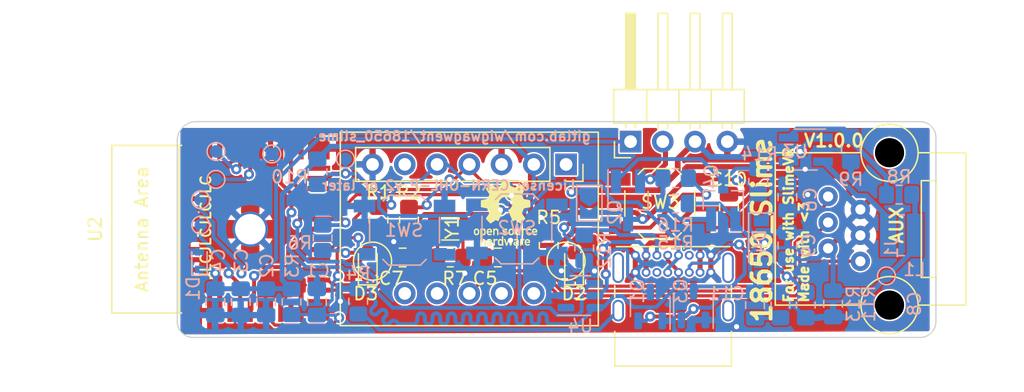
<source format=kicad_pcb>
(kicad_pcb (version 20221018) (generator pcbnew)
  (title_block (title "18650_Slime") (date "2023-03-05") (rev "V1.0.0") (company "gitlab.com/wigwagwent/18650_slime") (comment 1 "Licensed under CERN-OHL-P v2 or later") (comment 2 "For use with SlimeVR and made with <3"))
  (layers (0 "F.Cu" signal) (31 "B.Cu" signal) (34 "B.Paste" user) (35 "F.Paste" user) (36 "B.SilkS" user "B.Silkscreen") (37 "F.SilkS" user "F.Silkscreen") (38 "B.Mask" user) (39 "F.Mask" user) (44 "Edge.Cuts" user))
  (net 0 "")
  (net 1 "Net-(Q1-C)")
  (net 2 "GND")
  (net 3 "+3V3")
  (net 4 "IO0")
  (net 5 "VBUS")
  (net 6 "IO1")
  (net 7 "+5V")
  (net 8 "USB_D-")
  (net 9 "USB_D+")
  (net 10 "IO10_SDA")
  (net 11 "IO8_SCL")
  (net 12 "Net-(Q1-B)")
  (net 13 "Net-(C11-Pad2)")
  (net 14 "Net-(D2-A)")
  (net 15 "Net-(D3-A)")
  (net 16 "IO5_LED")
  (net 17 "B_SENSE")
  (net 18 "Net-(D4-A)")
  (net 19 "UNUSED_IO2")
  (net 20 "UNUSED_IO9")
  (net 21 "UNUSED_IO20")
  (net 22 "RESET")
  (net 23 "UNUSED_IO21")
  (net 24 "+5P")
  (net 25 "IO7_INT2")
  (net 26 "Net-(J2-CC1)")
  (net 27 "IO6_INT1")
  (net 29 "Net-(J2-CC2)")
  (net 31 "UNUSED_IO4")
  (net 32 "Net-(J2-SHIELD)")
  (net 33 "Net-(U3-SW)")
  (net 34 "Net-(Q2-G)")
  (net 35 "Net-(Q3-C)")
  (net 36 "Net-(U3-FB)")
  (footprint "Crystal:Crystal_SMD_3215-2Pin_3.2x1.5mm" (layer "F.Cu") (at 85.25 63.5)
    (fp_text reference "Y1")
    (fp_text value "DNP")
  )
  (footprint "Capacitor_SMD:C_0805_2012Metric_Pad1.18x1.45mm_HandSolder" (layer "F.Cu") (at 81.5 65.75 180)
    (fp_text reference "C7")
    (fp_text value "DNP")
  )
  (footprint "Resistor_SMD:R_0805_2012Metric_Pad1.20x1.40mm_HandSolder" (layer "F.Cu") (at 79.6 62.8 -90)
    (fp_text reference "R1")
    (fp_text value "4.7K")
  )
  (footprint "Resistor_SMD:R_0805_2012Metric_Pad1.20x1.40mm_HandSolder" (layer "F.Cu") (at 85.25 65.75 180)
    (fp_text reference "R7")
    (fp_text value "DNP")
  )
  (footprint "18650:EVERCOM 5501-660211111" (layer "F.Cu") (at 117.5475 66.05 90)
    (fp_text reference "J1")
    (fp_text value "RJ12")
  )
  (footprint "18650:ESP32-C3-MINI-1_HandSoldering" (layer "F.Cu") (at 69.5 63.525 90)
    (fp_text reference "U2")
    (fp_text value "ESP32-C3-MINI-1")
  )
  (footprint "Connector_USB:USB_C_Receptacle_GCT_USB4085" (layer "F.Cu") (at 99.825 65.575)
    (fp_text reference "J2" hide)
    (fp_text value "USB_C_Receptacle_USB2.0")
  )
  (footprint "18650:TSC005A1732A" (layer "F.Cu") (at 101.75 61.5)
    (fp_text reference "SW3")
    (fp_text value "SW_Push")
  )
  (footprint "Resistor_SMD:R_0805_2012Metric_Pad1.20x1.40mm_HandSolder" (layer "F.Cu") (at 93 64.8 -90)
    (fp_text reference "R5")
    (fp_text value "4.7K")
  )
  (footprint "Capacitor_SMD:C_0805_2012Metric_Pad1.18x1.45mm_HandSolder" (layer "F.Cu") (at 107.2 61.8 -90)
    (fp_text reference "C10")
    (fp_text value "22uF")
  )
  (footprint "LED_SMD:LED_0603_1608Metric_Pad1.05x0.95mm_HandSolder" (layer "F.Cu") (at 78.75 66.25 90)
    (fp_text reference "D3")
    (fp_text value "LED_GPIO5")
  )
  (footprint "slimevr_pcb:oshw_logo" (layer "F.Cu") (at 89.6 62.2)
    (fp_text reference "G***" hide)
    (fp_text value "LOGO" hide)
  )
  (footprint "Capacitor_SMD:C_0805_2012Metric_Pad1.18x1.45mm_HandSolder" (layer "F.Cu") (at 89 65.75)
    (fp_text reference "C5")
    (fp_text value "DNP")
  )
  (footprint "18650:BMI160" (layer "F.Cu") (at 94.37 68.58 -90)
    (fp_text reference "U1" hide)
    (fp_text value "BMI160_Module")
  )
  (footprint "Connector_PinHeader_2.54mm:PinHeader_1x04_P2.54mm_Horizontal" (layer "F.Cu") (at 99.45 56.625 90)
    (fp_text reference "J3" hide)
    (fp_text value "Conn_01x04_Male")
  )
  (footprint "Resistor_SMD:R_0805_2012Metric_Pad1.20x1.40mm_HandSolder" (layer "F.Cu") (at 82 62.8 90)
    (fp_text reference "R2")
    (fp_text value "4.7K")
  )
  (footprint "LED_SMD:LED_0603_1608Metric_Pad1.05x0.95mm_HandSolder" (layer "F.Cu") (at 95 66.25 90)
    (fp_text reference "D2")
    (fp_text value "LED_PWR")
  )
  (footprint "Package_TO_SOT_SMD:SOT-23-3" (layer "B.Cu") (at 101 69.6 90)
    (fp_text reference "Q1")
    (fp_text value "2N3904")
  )
  (footprint "Resistor_SMD:R_0805_2012Metric_Pad1.20x1.40mm_HandSolder" (layer "B.Cu") (at 75.2 64.2 -90)
    (fp_text reference "R6")
    (fp_text value "1K")
  )
  (footprint "18650:TSC005A1732A" (layer "B.Cu") (at 81.65 63.6)
    (fp_text reference "SW1")
    (fp_text value "SW_Push")
  )
  (footprint "Resistor_SMD:R_0805_2012Metric_Pad1.20x1.40mm_HandSolder" (layer "B.Cu") (at 103 61.5)
    (fp_text reference "R15")
    (fp_text value "100K")
  )
  (footprint "Capacitor_SMD:C_0805_2012Metric_Pad1.18x1.45mm_HandSolder" (layer "B.Cu") (at 70.75 69.25 -90)
    (fp_text reference "C2")
    (fp_text value "1uF")
  )
  (footprint "Inductor_SMD:L_Wuerth_MAPI-3015" (layer "B.Cu") (at 120.8 64)
    (fp_text reference "L1")
    (fp_text value "2.2uH")
  )
  (footprint "TestPoint:TestPoint_Pad_D1.0mm" (layer "B.Cu") (at 65.6 61.2 180)
    (fp_text reference "TP4" hide)
    (fp_text value "IO4")
  )
  (footprint "Package_TO_SOT_SMD:SOT-23_Handsoldering" (layer "B.Cu") (at 99.25 61.25 -90)
    (fp_text reference "Q2")
    (fp_text value "CJ2305")
  )
  (footprint "Capacitor_SMD:C_0805_2012Metric_Pad1.18x1.45mm_HandSolder" (layer "B.Cu") (at 109.25 69.5 -90)
    (fp_text reference "C11")
    (fp_text value "10nF")
  )
  (footprint "TestPoint:TestPoint_Pad_D1.0mm" (layer "B.Cu") (at 119.6 67.2 180)
    (fp_text reference "TP7" hide)
    (fp_text value "3v3")
  )
  (footprint "TestPoint:TestPoint_Pad_D1.0mm" (layer "B.Cu") (at 65.6 63.2 180)
    (fp_text reference "TP5" hide)
    (fp_text value "IO2")
  )
  (footprint "Capacitor_SMD:C_0805_2012Metric_Pad1.18x1.45mm_HandSolder" (layer "B.Cu") (at 74.75 69.25 90)
    (fp_text reference "C1")
    (fp_text value "1uF")
  )
  (footprint "Resistor_SMD:R_0805_2012Metric_Pad1.20x1.40mm_HandSolder" (layer "B.Cu") (at 78 69.2 90)
    (fp_text reference "R4")
    (fp_text value "120K")
  )
  (footprint "TestPoint:TestPoint_Pad_D1.0mm" (layer "B.Cu") (at 66.8 57.4 180)
    (fp_text reference "TP2" hide)
    (fp_text value "IO21")
  )
  (footprint "Package_TO_SOT_SMD:SOT-23-6" (layer "B.Cu") (at 95.5 68.75)
    (fp_text reference "U4")
    (fp_text value "SRV05-4")
  )
  (footprint "Resistor_SMD:R_0805_2012Metric_Pad1.20x1.40mm_HandSolder" (layer "B.Cu") (at 116.8 57.2 -90)
    (fp_text reference "R9")
    (fp_text value "27K")
  )
  (footprint "18650:TSC005A1732A" (layer "B.Cu") (at 90.5 63.5 180)
    (fp_text reference "SW2")
    (fp_text value "SW_Push")
  )
  (footprint "Resistor_SMD:R_0805_2012Metric_Pad1.20x1.40mm_HandSolder" (layer "B.Cu") (at 95.8 65 -90)
    (fp_text reference "R12")
    (fp_text value "5.1K")
  )
  (footprint "Diode_SMD:D_SOD-123" (layer "B.Cu") (at 109.75 64.5 -90)
    (fp_text reference "D4")
    (fp_text value "B5819W")
  )
  (footprint "Resistor_SMD:R_0805_2012Metric_Pad1.20x1.40mm_HandSolder" (layer "B.Cu") (at 113.25 69.5 -90)
    (fp_text reference "R11")
    (fp_text value "5.1K")
  )
  (footprint "Package_TO_SOT_SMD:SOT-23-5_HandSoldering" (layer "B.Cu") (at 113.25 57.25 180)
    (fp_text reference "U3")
    (fp_text value "M3406")
  )
  (footprint "Jumper:SolderJumper-2_P1.3mm_Open_TrianglePad1.0x1.5mm" (layer "B.Cu") (at 96.2 61.475 -90)
    (fp_text reference "JP1" hide)
    (fp_text value "SolderJumper_2_Open")
  )
  (footprint "Capacitor_SMD:C_0805_2012Metric_Pad1.18x1.45mm_HandSolder" (layer "B.Cu") (at 66.75 69.25 -90)
    (fp_text reference "C4")
    (fp_text value "10nF")
  )
  (footprint "Diode_SMD:D_SOD-523" (layer "B.Cu") (at 65.5 66 90)
    (fp_text reference "D1")
    (fp_text value "LESD5D5.0CT1G")
  )
  (footprint "Capacitor_SMD:C_0805_2012Metric_Pad1.18x1.45mm_HandSolder" (layer "B.Cu") (at 111.8 64.8 90)
    (fp_text reference "C9")
    (fp_text value "10uF")
  )
  (footprint "Resistor_SMD:R_0805_2012Metric_Pad1.20x1.40mm_HandSolder" (layer "B.Cu") (at 111.25 69.5 -90)
    (fp_text reference "R13")
    (fp_text value "1K")
  )
  (footprint "Package_TO_SOT_SMD:SOT-23-3" (layer "B.Cu") (at 104.4 69.5375 90)
    (fp_text reference "Q3")
    (fp_text value "2N3904")
  )
  (footprint "TestPoint:TestPoint_Pad_D1.0mm" (layer "B.Cu") (at 77 58 180)
    (fp_text reference "TP3" hide)
    (fp_text value "IO9")
  )
  (footprint "Resistor_SMD:R_0805_2012Metric_Pad1.20x1.40mm_HandSolder" (layer "B.Cu") (at 72.75 69.25 90)
    (fp_text reference "R3")
    (fp_text value "10K")
  )
  (footprint "Capacitor_SMD:C_0805_2012Metric_Pad1.18x1.45mm_HandSolder" (layer "B.Cu") (at 111.8 61 -90)
    (fp_text reference "C6")
    (fp_text value "4.7uF")
  )
  (footprint "Resistor_SMD:R_0805_2012Metric_Pad1.20x1.40mm_HandSolder" (layer "B.Cu") (at 109.5 59.75 -90)
    (fp_text reference "R14")
    (fp_text value "100K")
  )
  (footprint "TestPoint:TestPoint_Pad_D1.0mm" (layer "B.Cu") (at 71.2 57.6 180)
    (fp_text reference "TP6" hide)
    (fp_text value "GND")
  )
  (footprint "TestPoint:TestPoint_Pad_D1.0mm" (layer "B.Cu") (at 66.8 59.6 180)
    (fp_text reference "TP1" hide)
    (fp_text value "IO20")
  )
  (footprint "Capacitor_SMD:C_0805_2012Metric_Pad1.18x1.45mm_HandSolder" (layer "B.Cu") (at 68.75 69.25 -90)
    (fp_text reference "C3")
    (fp_text value "100nF")
  )
  (footprint "Resistor_SMD:R_0805_2012Metric_Pad1.20x1.40mm_HandSolder" (layer "B.Cu") (at 74.8 59 -90)
    (fp_text reference "R10")
    (fp_text value "10K")
  )
  (footprint "Package_TO_SOT_SMD:SOT-23_Handsoldering" (layer "B.Cu") (at 106.75 61.25 90)
    (fp_text reference "Q4")
    (fp_text value "CJ2305")
  )
  (footprint "Capacitor_SMD:C_0805_2012Metric_Pad1.18x1.45mm_HandSolder" (layer "B.Cu") (at 115.4 69.4 -90)
    (fp_text reference "C8")
    (fp_text value "470nF")
  )
  (footprint "Resistor_SMD:R_0805_2012Metric_Pad1.20x1.40mm_HandSolder" (layer "B.Cu") (at 120.6 60.8 180)
    (fp_text reference "R8")
    (fp_text value "120K")
  )
  (footprint "Resistor_SMD:R_0805_2012Metric_Pad1.20x1.40mm_HandSolder" (layer "B.Cu") (at 103 59.5)
    (fp_text reference "R16")
    (fp_text value "1M")
  )
  (gr_line locked (start 63.75 70.8) (end 63.75 56.55) (stroke (width 0.1)) (layer "Edge.Cuts"))
  (gr_line locked (start 65.25 55.05) (end 122.25 55.05) (stroke (width 0.1)) (layer "Edge.Cuts"))
  (gr_line locked (start 123.5 56.3) (end 123.5 70.8) (stroke (width 0.1)) (layer "Edge.Cuts"))
  (gr_line locked (start 122.25 72.05) (end 65 72.05) (stroke (width 0.1)) (layer "Edge.Cuts"))
  (gr_arc locked (start 65 72.05) (mid 64.116117 71.683883) (end 63.75 70.8) (stroke (width 0.1)) (layer "Edge.Cuts"))
  (gr_arc (start 122.25 55.05) (mid 123.133883 55.416117) (end 123.5 56.3) (stroke (width 0.1)) (layer "Edge.Cuts"))
  (gr_arc locked (start 63.75 56.55) (mid 64.18934 55.48934) (end 65.25 55.05) (stroke (width 0.1)) (layer "Edge.Cuts"))
  (gr_arc locked (start 123.5 70.8) (mid 123.133883 71.683883) (end 122.25 72.05) (stroke (width 0.1)) (layer "Edge.Cuts"))
  (gr_text "gitlab.com/wigwagwent/18650_slime\n" (at 96.4 56.2) (layer "B.SilkS") (effects (font (size 0.762 0.762) (thickness 0.16002)) (justify left mirror)))
  (gr_text "License: CERN-OHL-P v2 or later" (at 95.2 60.075) (layer "B.SilkS") (effects (font (size 0.762 0.762) (thickness 0.16002)) (justify left mirror)))
  (gr_text "AUX" (at 120.4 63.2 90) (layer "F.SilkS") (effects (font (size 1 1) (thickness 0.2))))
  (gr_text "For use with SlimeVR\nMade with <3" (at 112.5 69.4 90) (layer "F.SilkS") (effects (font (size 0.75 0.75) (thickness 0.1875) bold) (justify left)))
  (gr_text "18650_Slime" (at 109.8 63.6 90) (layer "F.SilkS") (effects (font (size 1.5 1.5) (thickness 0.3) bold)))
  (gr_text "${REVISION}" (at 113 56.55) (layer "F.SilkS") (effects (font (size 1 1) (thickness 0.2)) (justify left)))
  (gr_text "JLCJLCJLCJLC" (at 66 63.4 90) (layer "F.SilkS") (effects (font (size 0.8 0.8))))
  (segment (start 107.2 62.8375) (end 106.6375 63.4) (width 0.25) (layer "F.Cu") (net 1))
  (segment (start 94.223117 63.37759) (end 94.480107 63.1206) (width 0.3048) (layer "F.Cu") (net 1))
  (segment (start 98.3206 63.1206) (end 98.6 63.4) (width 0.3048) (layer "F.Cu") (net 1))
  (segment (start 94.480107 63.1206) (end 98.3206 63.1206) (width 0.3048) (layer "F.Cu") (net 1))
  (segment (start 105.4 60.8) (end 103.6 60.8) (width 0.3048) (layer "F.Cu") (net 1))
  (segment (start 103.6 60.8) (end 101 63.4) (width 0.3048) (layer "F.Cu") (net 1))
  (segment (start 106.6375 63.4) (end 104.9 63.4) (width 0.25) (layer "F.Cu") (net 1))
  (segment (start 101 63.4) (end 98.6 63.4) (width 0.3048) (layer "F.Cu") (net 1))
  (via (at 94.223117 63.37759) (size 0.8) (drill 0.4) (layers "F.Cu" "B.Cu") (net 1))
  (via (at 105.4 60.8) (size 0.8) (drill 0.4) (layers "F.Cu" "B.Cu") (net 1))
  (segment (start 94.223117 63.935881) (end 95.433236 65.146) (width 0.254) (layer "B.Cu") (net 1))
  (segment (start 98.183394 65.101) (end 99.101 65.101) (width 0.254) (layer "B.Cu") (net 1))
  (segment (start 97.056382 65.8) (end 97.484394 65.8) (width 0.254) (layer "B.Cu") (net 1))
  (segment (start 99.221 67.175185) (end 100.508315 68.4625) (width 0.254) (layer "B.Cu") (net 1))
  (segment (start 96.458764 65.146) (end 96.754 65.441236) (width 0.254) (layer "B.Cu") (net 1))
  (segment (start 95.433236 65.146) (end 96.458764 65.146) (width 0.254) (layer "B.Cu") (net 1))
  (segment (start 99.221 65.221) (end 99.221 67.175185) (width 0.254) (layer "B.Cu") (net 1))
  (segment (start 100.9625 68.4) (end 101 68.3625) (width 0.3048) (layer "B.Cu") (net 1))
  (segment (start 104.1 59.5) (end 105.4 60.8) (width 0.3048) (layer "B.Cu") (net 1))
  (segment (start 96.754 65.441236) (end 96.754 65.497618) (width 0.254) (layer "B.Cu") (net 1))
  (segment (start 97.484394 65.8) (end 98.183394 65.101) (width 0.254) (layer "B.Cu") (net 1))
  (segment (start 94.223117 63.37759) (end 94.223117 63.935881) (width 0.254) (layer "B.Cu") (net 1))
  (segment (start 96.754 65.497618) (end 97.056382 65.8) (width 0.254) (layer "B.Cu") (net 1))
  (segment (start 99.101 65.101) (end 99.221 65.221) (width 0.254) (layer "B.Cu") (net 1))
  (segment (start 100.508315 68.4625) (end 101 68.4625) (width 0.254) (layer "B.Cu") (net 1))
  (segment (start 104 59.5) (end 104.1 59.5) (width 0.3048) (layer "B.Cu") (net 1))
  (segment (start 71.475 61.55) (end 69.5 61.55) (width 0.4) (layer "F.Cu") (net 2))
  (segment (start 67.525 61.55) (end 67.525 63.525) (width 0.4) (layer "F.Cu") (net 2))
  (segment (start 110.070027 59.0826) (end 112.9174 59.0826) (width 0.3048) (layer "F.Cu") (net 2))
  (segment (start 64.6 64.325) (end 64.6 65.125) (width 0.4) (layer "F.Cu") (net 2))
  (segment (start 64.6 61.925) (end 64.6 61.125) (width 0.4) (layer "F.Cu") (net 2))
  (segment (start 64.55 68.375) (end 64.6 68.325) (width 0.4) (layer "F.Cu") (net 2))
  (segment (start 64.6 61.125) (end 64.6 60.325) (width 0.4) (layer "F.Cu") (net 2))
  (segment (start 90.0375 64.3625) (end 90.0375 64.2375) (width 0.3048) (layer "F.Cu") (net 2))
  (segment (start 71.475 63.525) (end 71.475 61.55) (width 0.4) (layer "F.Cu") (net 2))
  (segment (start 64.6 59.525) (end 64.6 58.725) (width 0.4) (layer "F.Cu") (net 2))
  (segment (start 67.525 63.525) (end 67.525 65.5) (width 0.4) (layer "F.Cu") (net 2))
  (segment (start 64.6 62.725) (end 64.6 61.925) (width 0.4) (layer "F.Cu") (net 2))
  (segment (start 105.775 66.925) (end 105.775 65.575) (width 0.4064) (layer "F.Cu") (net 2))
  (segment (start 112.9174 59.0826) (end 113.2 58.8) (width 0.3048) (layer "F.Cu") (net 2))
  (segment (start 64.6 65.125) (end 64.6 65.925) (width 0.4) (layer "F.Cu") (net 2))
  (segment (start 99.825 65.575) (end 99.825 66.925) (width 0.4064) (layer "F.Cu") (net 2))
  (segment (start 64.6 67.525) (end 64.6 68.325) (width 0.4) (layer "F.Cu") (net 2))
  (segment (start 79.0875 67.125) (end 80.4625 65.75) (width 0.4) (layer "F.Cu") (net 2))
  (segment (start 64.6 63.525) (end 64.6 62.725) (width 0.4) (layer "F.Cu") (net 2))
  (segment (start 71.475 65.5) (end 69.5 65.5) (width 0.4) (layer "F.Cu") (net 2))
  (segment (start 64.6 60.325) (end 64.6 59.525) (width 0.4) (layer "F.Cu") (net 2))
  (segment (start 64.6 58.725) (end 64.6 57.225) (width 0.4) (layer "F.Cu") (net 2))
  (segment (start 71.475 65.5) (end 71.475 63.525) (width 0.4) (layer "F.Cu") (net 2))
  (segment (start 108.390127 60.7625) (end 110.070027 59.0826) (width 0.3048) (layer "F.Cu") (net 2))
  (segment (start 78.75 67.125) (end 79.0875 67.125) (width 0.4) (layer "F.Cu") (net 2))
  (segment (start 90.0375 65.75) (end 90.0375 64.4375) (width 0.3048) (layer "F.Cu") (net 2))
  (segment (start 64.6 64.325) (end 64.6 63.525) (width 0.4) (layer "F.Cu") (net 2))
  (segment (start 69.5 61.55) (end 67.525 61.55) (width 0.4) (layer "F.Cu") (net 2))
  (segment (start 90 64.4) (end 90.0375 64.3625) (width 0.3048) (layer "F.Cu") (net 2))
  (segment (start 90.0375 64.4375) (end 90 64.4) (width 0.3048) (layer "F.Cu") (net 2))
  (segment (start 67.525 65.5) (end 69.5 65.5) (width 0.4) (layer "F.Cu") (net 2))
  (segment (start 107.2 60.7625) (end 108.390127 60.7625) (width 0.3048) (layer "F.Cu") (net 2))
  (segment (start 64.55 69.875) (end 64.55 68.375) (width 0.4) (layer "F.Cu") (net 2))
  (segment (start 64.6 66.725) (end 64.6 67.525) (width 0.4) (layer "F.Cu") (net 2))
  (segment (start 64.6 57.225) (end 64.55 57.175) (width 0.4) (layer "F.Cu") (net 2))
  (segment (start 64.6 65.925) (end 64.6 66.725) (width 0.4) (layer "F.Cu") (net 2))
  (via (at 86.4 67) (size 0.8) (drill 0.4) (layers "F.Cu" "B.Cu") (net 2))
  (via (at 90 64.4) (size 0.8) (drill 0.4) (layers "F.Cu" "B.Cu") (net 2))
  (via (at 113.4 60.8) (size 0.8) (drill 0.4) (layers "F.Cu" "B.Cu") (net 2))
  (via (at 94 66.8) (size 0.8) (drill 0.4) (layers "F.Cu" "B.Cu") (net 2))
  (via (at 76.6 69.2) (size 0.8) (drill 0.4) (layers "F.Cu" "B.Cu") (net 2))
  (via (at 110.4 67.2) (size 0.8) (drill 0.4) (layers "F.Cu" "B.Cu") (net 2))
  (via (at 96.608901 66.811291) (size 0.8) (drill 0.4) (layers "F.Cu" "B.Cu") (net 2))
  (via (at 80.8 64.5) (size 0.8) (drill 0.4) (layers "F.Cu" "B.Cu") (net 2))
  (via (at 107.8 71.2) (size 0.8) (drill 0.4) (layers "F.Cu" "B.Cu") (net 2))
  (via (at 92.4 62.6) (size 0.8) (drill 0.4) (layers "F.Cu" "B.Cu") (net 2))
  (via (at 113.2 58.8) (size 0.8) (drill 0.4) (layers "F.Cu" "B.Cu") (net 2))
  (segment (start 113.5406 57.5956) (end 113.5406 58.4594) (width 0.3048) (layer "B.Cu") (net 2))
  (segment (start 68.75 70.2875) (end 66.75 70.2875) (width 0.4) (layer "B.Cu") (net 2))
  (segment (start 114.6 57.25) (end 113.8862 57.25) (width 0.3048) (layer "B.Cu") (net 2))
  (segment (start 115.85 57.25) (end 114.6 57.25) (width 0.3048) (layer "B.Cu") (net 2))
  (segment (start 113.5406 58.4594) (end 113.2 58.8) (width 0.3048) (layer "B.Cu") (net 2))
  (segment (start 110.4 67.2) (end 110.4 67.65) (width 0.3048) (layer "B.Cu") (net 2))
  (segment (start 96.608901 66.811291) (end 96.259449 66.811291) (width 0.3048) (layer "B.Cu") (net 2))
  (segment (start 95.8 66.7888) (end 95.8 66) (width 0.3048) (layer "B.Cu") (net 2))
  (segment (start 95.0388 66.7888) (end 93.65 65.4) (width 0.3048) (layer "B.Cu") (net 2))
  (segment (start 113.8862 57.25) (end 113.5406 57.5956) (width 0.3048) (layer "B.Cu") (net 2))
  (segment (start 113.25 70.5) (end 111.25 68.5) (width 0.3048) (layer "B.Cu") (net 2))
  (segment (start 116.8 58.2) (end 115.85 57.25) (width 0.3048) (layer "B.Cu") (net 2))
  (segment (start 96.236957 66.7888) (end 95.8 66.7888) (width 0.3048) (layer "B.Cu") (net 2))
  (segment (start 110.4 67.65) (end 111.25 68.5) (width 0.3048) (layer "B.Cu") (net 2))
  (segment (start 96.259449 66.811291) (end 96.236957 66.7888) (width 0.3048) (layer "B.Cu") (net 2))
  (segment (start 70.75 70.2875) (end 68.75 70.2875) (width 0.4) (layer "B.Cu") (net 2))
  (segment (start 95.8 66.7888) (end 95.0388 66.7888) (width 0.3048) (layer "B.Cu") (net 2))
  (segment (start 116.0977 63.9398) (end 116.0977 60.498424) (width 0.4064) (layer "F.Cu") (net 3))
  (segment (start 109.975327 59.8598) (end 107.915327 61.9198) (width 0.4064) (layer "F.Cu") (net 3))
  (segment (start 115.459076 59.8598) (end 109.975327 59.8598) (width 0.4064) (layer "F.Cu") (net 3))
  (segment (start 107.915327 61.9198) (end 104.3698 61.9198) (width 0.4064) (layer "F.Cu") (net 3))
  (segment (start 83.2206 62.3206) (end 82 63.5412) (width 0.3048) (layer "F.Cu") (net 3))
  (segment (start 67.1 67.35) (end 66.75 67) (width 0.4) (layer "F.Cu") (net 3))
  (segment (start 102.223 64.0666) (end 99.7802 64.0666) (width 0.4064) (layer "F.Cu") (net 3))
  (segment (start 99.6166 64.2302) (end 97.4104 64.2302) (width 0.4064) (layer "F.Cu") (net 3))
  (segment (start 116.0977 60.498424) (end 115.459076 59.8598) (width 0.4064) (layer "F.Cu") (net 3))
  (segment (start 115.0075 65.03) (end 116.0977 63.9398) (width 0.4064) (layer "F.Cu") (net 3))
  (segment (start 89.2 62) (end 88.8794 62.3206) (width 0.3048) (layer "F.Cu") (net 3))
  (segment (start 96.7834 63.6032) (end 95.029459 63.6032) (width 0.4064) (layer "F.Cu") (net 3))
  (segment (start 91.979473 64.8) (end 91.5698 64.390327) (width 0.4064) (layer "F.Cu") (net 3))
  (segment (start 95.029459 63.6032) (end 93.832659 64.8) (width 0.4064) (layer "F.Cu") (net 3))
  (segment (start 67.1 69.925) (end 67.1 67.35) (width 0.4) (layer "F.Cu") (net 3))
  (segment (start 88.8794 62.3206) (end 83.2206 62.3206) (width 0.3048) (layer "F.Cu") (net 3))
  (segment (start 79.6 63.8) (end 82 63.8) (width 0.3048) (layer "F.Cu") (net 3))
  (segment (start 89.2 62) (end 89 62) (width 0.3048) (layer "F.Cu") (net 3))
  (segment (start 104.3698 61.9198) (end 102.223 64.0666) (width 0.4064) (layer "F.Cu") (net 3))
  (segment (start 97.4104 64.2302) (end 96.7834 63.6032) (width 0.4064) (layer "F.Cu") (net 3))
  (segment (start 91.5698 58.6802) (end 91.83 58.42) (width 0.4064) (layer "F.Cu") (net 3))
  (segment (start 93.832659 64.8) (end 91.979473 64.8) (width 0.4064) (layer "F.Cu") (net 3))
  (segment (start 99.7802 64.0666) (end 99.6166 64.2302) (width 0.4064) (layer "F.Cu") (net 3))
  (segment (start 82 63.5412) (end 82 63.8) (width 0.3048) (layer "F.Cu") (net 3))
  (segment (start 91.5698 64.390327) (end 91.5698 58.6802) (width 0.4064) (layer "F.Cu") (net 3))
  (via (at 66.75 67) (size 0.8) (drill 0.4) (layers "F.Cu" "B.Cu") (net 3))
  (via (at 89.2 62) (size 0.8) (drill 0.4) (layers "F.Cu" "B.Cu") (net 3))
  (segment (start 70.75 68.2125) (end 68.75 68.2125) (width 0.4) (layer "B.Cu") (net 3))
  (segment (start 91.83 60.062417) (end 91.83 58.42) (width 0.3048) (layer "B.Cu") (net 3))
  (segment (start 66.45 66.7) (end 66.75 67) (width 0.4) (layer "B.Cu") (net 3))
  (segment (start 68.75 68.2125) (end 66.75 68.2125) (width 0.4) (layer "B.Cu") (net 3))
  (segment (start 66.75 68.2125) (end 66.75 67) (width 0.4) (layer "B.Cu") (net 3))
  (segment (start 72.7125 68.2125) (end 72.75 68.25) (width 0.4) (layer "B.Cu") (net 3))
  (segment (start 121.85 64) (end 121.85 61.05) (width 0.4064) (layer "B.Cu") (net 3))
  (segment (start 121.85 65.05) (end 118.5375 68.3625) (width 0.4064) (layer "B.Cu") (net 3))
  (segment (start 70.75 68.2125) (end 72.7125 68.2125) (width 0.4) (layer "B.Cu") (net 3))
  (segment (start 114.2 65.8375) (end 115.0075 65.03) (width 0.4064) (layer "B.Cu") (net 3))
  (segment (start 111.8 65.8375) (end 114.2 65.8375) (width 0.4064) (layer "B.Cu") (net 3))
  (segment (start 74.8 58) (end 72.013418 60.786582) (width 0.4064) (layer "B.Cu") (net 3))
  (segment (start 121.85 64) (end 121.85 65.05) (width 0.4064) (layer "B.Cu") (net 3))
  (segment (start 72.013418 60.786582) (end 72.013418 67.513418) (width 0.4064) (layer "B.Cu") (net 3))
  (segment (start 91.83 58.42) (end 90.41 57) (width 0.4064) (layer "B.Cu") (net 3))
  (segment (start 115.4 68.3625) (end 115.4 65.4225) (width 0.4064) (layer "B.Cu") (net 3))
  (segment (start 121.85 61.05) (end 121.6 60.8) (width 0.4064) (layer "B.Cu") (net 3))
  (segment (start 89.892417 62) (end 91.83 60.062417) (width 0.3048) (layer "B.Cu") (net 3))
  (segment (start 90.41 57) (end 75.8 57) (width 0.4064) (layer "B.Cu") (net 3))
  (segment (start 118.5375 68.3625) (end 115.4 68.3625) (width 0.4064) (layer "B.Cu") (net 3))
  (segment (start 89.2 62) (end 89.892417 62) (width 0.3048) (layer "B.Cu") (net 3))
  (segment (start 65.5 66.7) (end 66.45 66.7) (width 0.4) (layer "B.Cu") (net 3))
  (segment (start 115.4 65.4225) (end 115.0075 65.03) (width 0.4064) (layer "B.Cu") (net 3))
  (segment (start 72.013418 67.513418) (end 72.75 68.25) (width 0.4064) (layer "B.Cu") (net 3))
  (segment (start 75.8 57) (end 74.8 58) (width 0.4064) (layer "B.Cu") (net 3))
  (segment (start 84.873 67.127) (end 80.498417 67.127) (width 0.25) (layer "F.Cu") (net 4))
  (segment (start 86.25 65.75) (end 84.873 67.127) (width 0.25) (layer "F.Cu") (net 4))
  (segment (start 87.9625 65.75) (end 86.25 65.75) (width 0.25) (layer "F.Cu") (net 4))
  (segment (start 86.25 65.75) (end 86.25 63.75) (width 0.25) (layer "F.Cu") (net 4))
  (segment (start 80.498417 67.127) (end 79.300417 68.325) (width 0.25) (layer "F.Cu") (net 4))
  (segment (start 79.300417 68.325) (end 74.9 68.325) (width 0.25) (layer "F.Cu") (net 4))
  (segment (start 86.25 63.75) (end 86.5 63.5) (width 0.25) (layer "F.Cu") (net 4))
  (segment (start 103.1646 58.999772) (end 103.1646 57.9904) (width 0.45) (layer "F.Cu") (net 5))
  (segment (start 103.1646 57.9904) (end 104.53 56.625) (width 0.45) (layer "F.Cu") (net 5))
  (segment (start 94.8 60.6) (end 94.948 60.452) (width 0.45) (layer "F.Cu") (net 5))
  (segment (start 101.712372 60.452) (end 103.1646 58.999772) (width 0.45) (layer "F.Cu") (net 5))
  (segment (start 94.948 60.452) (end 101.712372 60.452) (width 0.45) (layer "F.Cu") (net 5))
  (via (at 94.8 60.6) (size 0.8) (drill 0.4) (layers "F.Cu" "B.Cu") (net 5))
  (segment (start 108.373 57.827) (end 105.732 57.827) (width 0.45) (layer "B.Cu") (net 5))
  (segment (start 109.75 62.85) (end 110.6 62) (width 0.45) (layer "B.Cu") (net 5))
  (segment (start 110.6 57.999321) (end 110.200679 57.6) (width 0.45) (layer "B.Cu") (net 5))
  (segment (start 110.6 62) (end 110.6 57.999321) (width 0.45) (layer "B.Cu") (net 5))
  (segment (start 94.8 60.6) (end 96.05 60.6) (width 0.45) (layer "B.Cu") (net 5))
  (segment (start 110.200679 57.6) (end 108.6 57.6) (width 0.45) (layer "B.Cu") (net 5))
  (segment (start 108.6 57.6) (end 108.373 57.827) (width 0.45) (layer "B.Cu") (net 5))
  (segment (start 105.732 57.827) (end 104.53 56.625) (width 0.45) (layer "B.Cu") (net 5))
  (segment (start 96.05 60.6) (end 96.2 60.75) (width 0.45) (layer "B.Cu") (net 5))
  (segment (start 84.25 65.75) (end 84.25 63.75) (width 0.25) (layer "F.Cu") (net 6))
  (segment (start 75.623 67.525) (end 74.9 67.525) (width 0.25) (layer "F.Cu") (net 6))
  (segment (start 76 67.902) (end 75.623 67.525) (width 0.25) (layer "F.Cu") (net 6))
  (segment (start 79.190258 67.902) (end 76 67.902) (width 0.25) (layer "F.Cu") (net 6))
  (segment (start 82.5375 65.75) (end 81.5375 66.75) (width 0.25) (layer "F.Cu") (net 6))
  (segment (start 82.5375 65.75) (end 84.25 65.75) (width 0.25) (layer "F.Cu") (net 6))
  (segment (start 81.5375 66.75) (end 80.342258 66.75) (width 0.25) (layer "F.Cu") (net 6))
  (segment (start 84.25 63.75) (end 84 63.5) (width 0.25) (layer "F.Cu") (net 6))
  (segment (start 80.342258 66.75) (end 79.190258 67.902) (width 0.25) (layer "F.Cu") (net 6))
  (segment (start 99.8789 62.2) (end 94.2 62.2) (width 0.4064) (layer "F.Cu") (net 7))
  (segment (start 103.7198 59.6802) (end 103.7198 58.7698) (width 0.4064) (layer "F.Cu") (net 7))
  (segment (start 100.6789 62.7211) (end 103.7198 59.6802) (width 0.4064) (layer "F.Cu") (net 7))
  (segment (start 103.8896 58.6) (end 111.6 58.6) (width 0.4064) (layer "F.Cu") (net 7))
  (segment (start 111.6 58.6) (end 112.8 57.4) (width 0.4064) (layer "F.Cu") (net 7))
  (segment (start 100.4 62.7211) (end 100.6789 62.7211) (width 0.4064) (layer "F.Cu") (net 7))
  (segment (start 94.2 62.2) (end 92.6 63.8) (width 0.4064) (layer "F.Cu") (net 7))
  (segment (start 100.4 62.7211) (end 99.8789 62.2) (width 0.4064) (layer "F.Cu") (net 7))
  (segment (start 103.7198 58.7698) (end 103.8896 58.6) (width 0.4064) (layer "F.Cu") (net 7))
  (via (at 112.8 57.4) (size 0.8) (drill 0.4) (layers "F.Cu" "B.Cu") (net 7))
  (via (at 100.4 62.7211) (size 0.8) (drill 0.4) (layers "F.Cu" "B.Cu") (net 7))
  (segment (start 100.3711 62.75) (end 99.25 62.75) (width 0.4064) (layer "B.Cu") (net 7))
  (segment (start 114.6 56.3) (end 113.8 56.3) (width 0.4064) (layer "B.Cu") (net 7))
  (segment (start 100.4 62.7211) (end 100.3711 62.75) (width 0.4064) (layer "B.Cu") (net 7))
  (segment (start 113.8 56.3) (end 111.9 58.2) (width 0.4064) (layer "B.Cu") (net 7))
  (segment (start 111.9 59.8625) (end 111.8 59.9625) (width 0.4064) (layer "B.Cu") (net 7))
  (segment (start 96.2 62.2) (end 98.7 62.2) (width 0.4064) (layer "B.Cu") (net 7))
  (segment (start 98.7 62.2) (end 99.25 62.75) (width 0.4064) (layer "B.Cu") (net 7))
  (segment (start 111.9 58.2) (end 111.9 59.8625) (width 0.4064) (layer "B.Cu") (net 7))
  (segment (start 73.423018 60.423018) (end 72.7 59.7) (width 0.3048) (layer "F.Cu") (net 8))
  (segment (start 72.7 59.7) (end 72.7 57.125) (width 0.3048) (layer "F.Cu") (net 8))
  (segment (start 73.423018 62.868375) (end 73.423018 60.423018) (width 0.3048) (layer "F.Cu") (net 8))
  (segment (start 73.209092 63.082301) (end 73.423018 62.868375) (width 0.3048) (layer "F.Cu") (net 8))
  (via (at 73.209092 63.082301) (size 0.8) (drill 0.4) (layers "F.Cu" "B.Cu") (net 8))
  (segment (start 100.039717 61.4) (end 103.225 64.585283) (width 0.3048) (layer "B.Cu") (net 8))
  (segment (start 77.1032 66.3032) (end 78.262543 66.3032) (width 0.3048) (layer "B.Cu") (net 8))
  (segment (start 90.7006 69.5088) (end 90.7006 62.4994) (width 0.3048) (layer "B.Cu") (net 8))
  (segment (start 93.2794 59.9206) (end 97.015732 59.9206) (width 0.3048) (layer "B.Cu") (net 8))
  (segment (start 98.2 61.4) (end 100.039717 61.4) (width 0.3048) (layer "B.Cu") (net 8))
  (segment (start 78.262543 66.3032) (end 79.4112 67.451858) (width 0.3048) (layer "B.Cu") (net 8))
  (segment (start 97.6206 60.525468) (end 97.6206 60.8206) (width 0.3048) (layer "B.Cu") (net 8))
  (segment (start 97.6206 60.8206) (end 98.2 61.4) (width 0.3048) (layer "B.Cu") (net 8))
  (segment (start 90.5 69.7094) (end 90.7006 69.5088) (width 0.3048) (layer "B.Cu") (net 8))
  (segment (start 97.015732 59.9206) (end 97.6206 60.525468) (width 0.3048) (layer "B.Cu") (net 8))
  (segment (start 93.672137 70.2794) (end 95.3078 70.2794) (width 0.3048) (layer "B.Cu") (net 8))
  (segment (start 95.6 68.517737) (end 96.317737 67.8) (width 0.3048) (layer "B.Cu") (net 8))
  (segment (start 103.225 64.585283) (end 103.225 65.575) (width 0.3048) (layer "B.Cu") (net 8))
  (segment (start 95.3078 70.2794) (end 95.6 69.9872) (width 0.3048) (layer "B.Cu") (net 8))
  (segment (start 96.317737 67.8) (end 96.6375 67.8) (width 0.3048) (layer "B.Cu") (net 8))
  (segment (start 95.6 69.9872) (end 95.6 68.517737) (width 0.3048) (layer "B.Cu") (net 8))
  (segment (start 73.209092 65.209092) (end 74.0794 66.0794) (width 0.3048) (layer "B.Cu") (net 8))
  (segment (start 103.225 65.775) (end 103.225 65.575) (width 0.254) (layer "B.Cu") (net 8))
  (segment (start 102.375 66.625) (end 103.225 65.775) (width 0.3048) (layer "B.Cu") (net 8))
  (segment (start 79.4112 67.451858) (end 79.4112 68.4112) (width 0.3048) (layer "B.Cu") (net 8))
  (segment (start 79.4112 68.4112) (end 80.7094 69.7094) (width 0.3048) (layer "B.Cu") (net 8))
  (segment (start 93.102137 69.7094) (end 93.672137 70.2794) (width 0.3048) (layer "B.Cu") (net 8))
  (segment (start 90.7006 62.4994) (end 93.2794 59.9206) (width 0.3048) (layer "B.Cu") (net 8))
  (segment (start 73.209092 63.082301) (end 73.209092 65.209092) (width 0.3048) (layer "B.Cu") (net 8))
  (segment (start 74.0794 66.0794) (end 76.8794 66.0794) (width 0.3048) (layer "B.Cu") (net 8))
  (segment (start 76.8794 66.0794) (end 77.1032 66.3032) (width 0.3048) (layer "B.Cu") (net 8))
  (segment (start 102.375 66.925) (end 102.375 66.625) (width 0.3048) (layer "B.Cu") (net 8))
  (segment (start 80.7094 69.7094) (end 93.102137 69.7094) (width 0.3048) (layer "B.Cu") (net 8))
  (segment (start 71.9 59.9) (end 71.9 57.125) (width 0.3048) (layer "F.Cu") (net 9))
  (segment (start 72.743618 60.743618) (end 71.9 59.9) (width 0.3048) (layer "F.Cu") (net 9))
  (segment (start 72.743618 62.2) (end 72.743618 60.743618) (width 0.3048) (layer "F.Cu") (net 9))
  (segment (start 102.375 65.975) (end 102.375 65.575) (width 0.3048) (layer "F.Cu") (net 9))
  (segment (start 103.225 66.825) (end 102.375 65.975) (width 0.3048) (layer "F.Cu") (net 9))
  (segment (start 103.225 66.925) (end 103.225 66.825) (width 0.254) (layer "F.Cu") (net 9))
  (via (at 72.743618 62.2) (size 0.8) (drill 0.4) (layers "F.Cu" "B.Cu") (net 9))
  (segment (start 80.15147 70.375734) (end 80.045403 70.4818) (width 0.3048) (layer "B.Cu") (net 9))
  (segment (start 81.1936 70.9936) (end 82.35 70.9936) (width 0.3048) (layer "B.Cu") (net 9))
  (segment (start 76.2 66.5112) (end 74.3112 66.5112) (width 0.3048) (layer "B.Cu") (net 9))
  (segment (start 88.05 70.4436) (end 88.05 70.6936) (width 0.3048) (layer "B.Cu") (net 9))
  (segment (start 76.700542 66.5112) (end 76.2 66.5112) (width 0.3048) (layer "B.Cu") (net 9))
  (segment (start 78.083685 66.735) (end 76.924342 66.735) (width 0.3048) (layer "B.Cu") (net 9))
  (segment (start 89.25 70.4436) (end 89.25 70.6936) (width 0.3048) (layer "B.Cu") (net 9))
  (segment (start 74.3112 66.5112) (end 73.900543 66.5112) (width 0.3048) (layer "B.Cu") (net 9))
  (segment (start 98.178473 68.8) (end 98.81 68.8) (width 0.3048) (layer "B.Cu") (net 9))
  (segment (start 78.9794 68.7794) (end 79.302941 69.102941) (width 0.3048) (layer "B.Cu") (net 9))
  (segment (start 83.25 70.4436) (end 83.25 70.6936) (width 0.3048) (layer "B.Cu") (net 9))
  (segment (start 101.475157 69.66) (end 103.225 67.910157) (width 0.3048) (layer "B.Cu") (net 9))
  (segment (start 97.278473 69.7) (end 98.178473 68.8) (width 0.3048) (layer "B.Cu") (net 9))
  (segment (start 79.515073 70.163603) (end 79.727205 69.95147) (width 0.3048) (layer "B.Cu") (net 9))
  (segment (start 92.85 70.4436) (end 92.85 70.6936) (width 0.3048) (layer "B.Cu") (net 9))
  (segment (start 88.65 70.6936) (end 88.65 70.4436) (width 0.3048) (layer "B.Cu") (net 9))
  (segment (start 86.25 70.6936) (end 86.25 70.4436) (width 0.3048) (layer "B.Cu") (net 9))
  (segment (start 79.727205 69.95147) (end 79.727206 69.95147) (width 0.3048) (layer "B.Cu") (net 9))
  (segment (start 80.575734 70.799999) (end 80.575735 70.799999) (width 0.3048) (layer "B.Cu") (net 9))
  (segment (start 96.6375 69.7) (end 97.278473 69.7) (width 0.3048) (layer "B.Cu") (net 9))
  (segment (start 79.302941 69.527205) (end 79.090808 69.739337) (width 0.3048) (layer "B.Cu") (net 9))
  (segment (start 92.25 70.6936) (end 92.25 70.4436) (width 0.3048) (layer "B.Cu") (net 9))
  (segment (start 82.65 70.6936) (end 82.65 70.4436) (width 0.3048) (layer "B.Cu") (net 9))
  (segment (start 99.67 69.66) (end 101.475157 69.66) (width 0.3048) (layer "B.Cu") (net 9))
  (segment (start 80.045404 70.906066) (end 80.045403 70.906065) (width 0.3048) (layer "B.Cu") (net 9))
  (segment (start 95.3439 70.9936) (end 96.6375 69.7) (width 0.3048) (layer "B.Cu") (net 9))
  (segment (start 87.45 70.6936) (end 87.45 70.4436) (width 0.3048) (layer "B.Cu") (net 9))
  (segment (start 80.15147 69.95147) (end 80.151469 69.951469) (width 0.3048) (layer "B.Cu") (net 9))
  (segment (start 91.65 70.4436) (end 91.65 70.6936) (width 0.3048) (layer "B.Cu") (net 9))
  (segment (start 86.85 70.4436) (end 86.85 70.6936) (width 0.3048) (layer "B.Cu") (net 9))
  (segment (start 98.81 68.8) (end 99.67 69.66) (width 0.3048) (layer "B.Cu") (net 9))
  (segment (start 80.045403 70.4818) (end 80.045403 70.481801) (width 0.3048) (layer "B.Cu") (net 9))
  (segment (start 91.05 70.6936) (end 91.05 70.4436) (width 0.3048) (layer "B.Cu") (net 9))
  (segment (start 72.743618 62.2) (end 72.529692 62.413926) (width 0.3048) (layer "B.Cu") (net 9))
  (segment (start 79.090808 69.739337) (end 79.090808 69.739338) (width 0.3048) (layer "B.Cu") (net 9))
  (segment (start 81 70.8) (end 81.1936 70.9936) (width 0.3048) (layer "B.Cu") (net 9))
  (segment (start 93.15 70.9936) (end 95.3439 70.9936) (width 0.3048) (layer "B.Cu") (net 9))
  (segment (start 72.529692 65.140349) (end 73.900543 66.5112) (width 0.3048) (layer "B.Cu") (net 9))
  (segment (start 78.083685 66.735) (end 78.9794 67.630715) (width 0.3048) (layer "B.Cu") (net 9))
  (segment (start 84.45 70.4436) (end 84.45 70.6936) (width 0.3048) (layer "B.Cu") (net 9))
  (segment (start 85.05 70.6936) (end 85.05 70.4436) (width 0.3048) (layer "B.Cu") (net 9))
  (segment (start 85.65 70.4436) (end 85.65 70.6936) (width 0.3048) (layer "B.Cu") (net 9))
  (segment (start 90.45 70.4436) (end 90.45 70.6936) (width 0.3048) (layer "B.Cu") (net 9))
  (segment (start 78.9794 67.630715) (end 78.9794 68.7794) (width 0.3048) (layer "B.Cu") (net 9))
  (segment (start 80.469668 70.906066) (end 80.575734 70.799999) (width 0.3048) (layer "B.Cu") (net 9))
  (segment (start 72.529692 62.413926) (end 72.529692 65.140349) (width 0.3048) (layer "B.Cu") (net 9))
  (segment (start 83.85 70.6936) (end 83.85 70.4436) (width 0.3048) (layer "B.Cu") (net 9))
  (segment (start 89.85 70.6936) (end 89.85 70.4436) (width 0.3048) (layer "B.Cu") (net 9))
  (segment (start 80.151471 69.951471) (end 80.15147 69.95147) (width 0.3048) (layer "B.Cu") (net 9))
  (segment (start 103.225 67.910157) (end 103.225 66.925) (width 0.3048) (layer "B.Cu") (net 9))
  (segment (start 76.924342 66.735) (end 76.700542 66.5112) (width 0.3048) (layer "B.Cu") (net 9))
  (arc (start 85.95 70.9936) (mid 86.162132 70.905732) (end 86.25 70.6936) (width 0.3048) (layer "B.Cu") (net 9))
  (arc (start 85.05 70.4436) (mid 85.137868 70.231468) (end 85.35 70.1436) (width 0.3048) (layer "B.Cu") (net 9))
  (arc (start 79.090809 70.163603) (mid 79.302941 70.251471) (end 79.515073 70.163603) (width 0.3048) (layer "B.Cu") (net 9))
  (arc (start 80.045403 70.906065) (mid 80.257534 70.993933) (end 80.469668 70.906066) (width 0.3048) (layer "B.Cu") (net 9))
  (arc (start 92.85 70.6936) (mid 92.937868 70.905732) (end 93.15 70.9936) (width 0.3048) (layer "B.Cu") (net 9))
  (arc (start 86.25 70.4436) (mid 86.337868 70.231468) (end 86.55 70.1436) (width 0.3048) (layer "B.Cu") (net 9))
  (arc (start 89.55 70.9936) (mid 89.762132 70.905732) (end 89.85 70.6936) (width 0.3048) (layer "B.Cu") (net 9))
  (arc (start 82.35 70.9936) (mid 82.562132 70.905732) (end 82.65 70.6936) (width 0.3048) (layer "B.Cu") (net 9))
  (arc (start 80.045403 70.481801) (mid 79.957534 70.693933) (end 80.045404 70.906066) (width 0.3048) (layer "B.Cu") (net 9))
  (arc (start 83.25 70.6936) (mid 83.337868 70.905732) (end 83.55 70.9936) (width 0.3048) (layer "B.Cu") (net 9))
  (arc (start 84.45 70.6936) (mid 84.537868 70.905732) (end 84.75 70.9936) (width 0.3048) (layer "B.Cu") (net 9))
  (arc (start 87.45 70.4436) (mid 87.537868 70.231468) (end 87.75 70.1436) (width 0.3048) (layer "B.Cu") (net 9))
  (arc (start 92.55 70.1436) (mid 92.762132 70.231468) (end 92.85 70.4436) (width 0.3048) (layer "B.Cu") (net 9))
  (arc (start 85.35 70.1436) (mid 85.562132 70.231468) (end 85.65 70.4436) (width 0.3048) (layer "B.Cu") (net 9))
  (arc (start 91.05 70.4436) (mid 91.137868 70.231468) (end 91.35 70.1436) (width 0.3048) (layer "B.Cu") (net 9))
  (arc (start 88.35 70.9936) (mid 88.562132 70.905732) (end 88.65 70.6936) (width 0.3048) (layer "B.Cu") (net 9))
  (arc (start 82.95 70.1436) (mid 83.162132 70.231468) (end 83.25 70.4436) (width 0.3048) (layer "B.Cu") (net 9))
  (arc (start 79.090808 69.739338) (mid 79.002939 69.95147) (end 79.090809 70.163603) (width 0.3048) (layer "B.Cu") (net 9))
  (arc (start 84.75 70.9936) (mid 84.962132 70.905732) (end 85.05 70.6936) (width 0.3048) (layer "B.Cu") (net 9))
  (arc (start 83.55 70.9936) (mid 83.762132 70.905732) (end 83.85 70.6936) (width 0.3048) (layer "B.Cu") (net 9))
  (arc (start 80.575735 70.799999) (mid 80.787867 70.71213) (end 81 70.8) (width 0.3048) (layer "B.Cu") (net 9))
  (arc (start 88.05 70.6936) (mid 88.137868 70.905732) (end 88.35 70.9936) (width 0.3048) (layer "B.Cu") (net 9))
  (arc (start 86.55 70.1436) (mid 86.762132 70.231468) (end 86.85 70.4436) (width 0.3048) (layer "B.Cu") (net 9))
  (arc (start 80.151469 69.951469) (mid 80.239337 70.1636) (end 80.15147 70.375734) (width 0.3048) (layer "B.Cu") (net 9))
  (arc (start 83.85 70.4436) (mid 83.937868 70.231468) (end 84.15 70.1436) (width 0.3048) (layer "B.Cu") (net 9))
  (arc (start 90.45 70.6936) (mid 90.537868 70.905732) (end 90.75 70.9936) (width 0.3048) (layer "B.Cu") (net 9))
  (arc (start 87.75 70.1436) (mid 87.962132 70.231468) (end 88.05 70.4436) (width 0.3048) (layer "B.Cu") (net 9))
  (arc (start 92.25 70.4436) (mid 92.337868 70.231468) (end 92.55 70.1436) (width 0.3048) (layer "B.Cu") (net 9))
  (arc (start 88.65 70.4436) (mid 88.737868 70.231468) (end 88.95 70.1436) (width 0.3048) (layer "B.Cu") (net 9))
  (arc (start 91.35 70.1436) (mid 91.562132 70.231468) (end 91.65 70.4436) (width 0.3048) (layer "B.Cu") (net 9))
  (arc (start 87.15 70.9936) (mid 87.362132 70.905732) (end 87.45 70.6936) (width 0.3048) (layer "B.Cu") (net 9))
  (arc (start 90.75 70.9936) (mid 90.962132 70.905732) (end 91.05 70.6936) (width 0.3048) (layer "B.Cu") (net 9))
  (arc (start 91.95 70.9936) (mid 92.162132 70.905732) (end 92.25 70.6936) (width 0.3048) (layer "B.Cu") (net 9))
  (arc (start 91.65 70.6936) (mid 91.737868 70.905732) (end 91.95 70.9936) (width 0.3048) (layer "B.Cu") (net 9))
  (arc (start 79.727206 69.95147) (mid 79.939338 69.863601) (end 80.151471 69.951471) (width 0.3048) (layer "B.Cu") (net 9))
  (arc (start 86.85 70.6936) (mid 86.937868 70.905732) (end 87.15 70.9936) (width 0.3048) (layer "B.Cu") (net 9))
  (arc (start 79.302941 69.102941) (mid 79.390809 69.315073) (end 79.302941 69.527205) (width 0.3048) (layer "B.Cu") (net 9))
  (arc (start 89.85 70.4436) (mid 89.937868 70.231468) (end 90.15 70.1436) (width 0.3048) (layer "B.Cu") (net 9))
  (arc (start 88.95 70.1436) (mid 89.162132 70.231468) (end 89.25 70.4436) (width 0.3048) (layer "B.Cu") (net 9))
  (arc (start 85.65 70.6936) (mid 85.737868 70.905732) (end 85.95 70.9936) (width 0.3048) (layer "B.Cu") (net 9))
  (arc (start 84.15 70.1436) (mid 84.362132 70.231468) (end 84.45 70.4436) (width 0.3048) (layer "B.Cu") (net 9))
  (arc (start 90.15 70.1436) (mid 90.362132 70.231468) (end 90.45 70.4436) (width 0.3048) (layer "B.Cu") (net 9))
  (arc (start 89.25 70.6936) (mid 89.337868 70.905732) (end 89.55 70.9936) (width 0.3048) (layer "B.Cu") (net 9))
  (arc (start 82.65 70.4436) (mid 82.737868 70.231468) (end 82.95 70.1436) (width 0.3048) (layer "B.Cu") (net 9))
  (segment (start 113.55 66.05) (end 113.2 66.4) (width 0.254) (layer "F.Cu") (net 10))
  (segment (start 89.196 64.279104) (end 90.3506 63.124504) (width 0.254) (layer "F.Cu") (net 10))
  (segment (start 78.8 61.6) (end 77.654 62.746) (width 0.254) (layer "F.Cu") (net 10))
  (segment (start 91.625605 67.416) (end 91.009606 66.8) (width 0.254) (layer "F.Cu") (net 10))
  (segment (start 92.474 67.416) (end 91.625605 67.416) (width 0.254) (layer "F.Cu") (net 10))
  (segment (start 112.45 68.771) (end 93.829 68.771) (width 0.254) (layer "F.Cu") (net 10))
  (segment (start 77.654 62.746) (end 77.654 63.270896) (width 0.254) (layer "F.Cu") (net 10))
  (segment (start 90.3506 63.124504) (end 90.3506 61.126) (width 0.254) (layer "F.Cu") (net 10))
  (segment (start 77.654 63.270896) (end 75.799896 65.125) (width 0.254) (layer "F.Cu") (net 10))
  (segment (start 80.6 61.6) (end 78.8 61.6) (width 0.254) (layer "F.Cu") (net 10))
  (segment (start 89.562236 66.8) (end 89.196 66.433764) (width 0.254) (layer "F.Cu") (net 10))
  (segment (start 91.009606 66.8) (end 89.562236 66.8) (width 0.254) (layer "F.Cu") (net 10))
  (segment (start 117.5475 66.05) (end 113.55 66.05) (width 0.254) (layer "F.Cu") (net 10))
  (segment (start 89.196 66.433764) (end 89.196 64.279104) (width 0.254) (layer "F.Cu") (net 10))
  (segment (start 113.2 66.4) (end 113.2 68.021) (width 0.254) (layer "F.Cu") (net 10))
  (segment (start 93.829 68.771) (end 92.474 67.416) (width 0.254) (layer "F.Cu") (net 10))
  (segment (start 75.799896 65.125) (end 74.9 65.125) (width 0.254) (layer "F.Cu") (net 10))
  (segment (start 90.3506 61.126) (end 90.0781 60.8535) (width 0.254) (layer "F.Cu") (net 10))
  (segment (start 113.2 68.021) (end 112.45 68.771) (width 0.254) (layer "F.Cu") (net 10))
  (via (at 90.0781 60.8535) (size 0.8) (drill 0.4) (layers "F.Cu" "B.Cu") (net 10))
  (via (at 80.6 61.6) (size 0.8) (drill 0.4) (layers "F.Cu" "B.Cu") (net 10))
  (segment (start 80.6 61.6) (end 80.6 60.8) (width 0.254) (layer "B.Cu") (net 10))
  (segment (start 81.6 59.8) (end 82.83 59.8) (width 0.254) (layer "B.Cu") (net 10))
  (segment (start 82.83 59.8) (end 84.21 58.42) (width 0.254) (layer "B.Cu") (net 10))
  (segment (start 89.8 59.8) (end 86.4 59.8) (width 0.254) (layer "B.Cu") (net 10))
  (segment (start 80.6 60.8) (end 81.6 59.8) (width 0.254) (layer "B.Cu") (net 10))
  (segment (start 90.0781 60.0781) (end 89.8 59.8) (width 0.254) (layer "B.Cu") (net 10))
  (segment (start 90.0781 60.8535) (end 90.0781 60.0781) (width 0.254) (layer "B.Cu") (net 10))
  (segment (start 86.4 59.8) (end 85.02 58.42) (width 0.254) (layer "B.Cu") (net 10))
  (segment (start 85.02 58.42) (end 84.21 58.42) (width 0.254) (layer "B.Cu") (net 10))
  (segment (start 92 65.467105) (end 92 66.4) (width 0.254) (layer "F.Cu") (net 11))
  (segment (start 90.6 59.8) (end 91.1126 60.3126) (width 0.254) (layer "F.Cu") (net 11))
  (segment (start 85.57 59.6) (end 85.4 59.6) (width 0.254) (layer "F.Cu") (net 11))
  (segment (start 112.404 64.596) (end 113.8 63.2) (width 0.254) (layer "F.Cu") (net 11))
  (segment (start 115.0075 61.3925) (end 115.0075 60.95) (width 0.254) (layer "F.Cu") (net 11))
  (segment (start 113.8 63.2) (end 113.8 62.6) (width 0.254) (layer "F.Cu") (net 11))
  (segment (start 86.75 58.75) (end 87.8 59.8) (width 0.254) (layer "F.Cu") (net 11))
  (segment (start 86.75 58.42) (end 85.57 59.6) (width 0.254) (layer "F.Cu") (net 11))
  (segment (start 92.808914 66.654) (end 94.163914 68.009) (width 0.254) (layer "F.Cu") (net 11))
  (segment (start 111.991 68.009) (end 112.404 67.596) (width 0.254) (layer "F.Cu") (net 11))
  (segment (start 76.4 59.8) (end 75.875 60.325) (width 0.254) (layer "F.Cu") (net 11))
  (segment (start 83.2 61.8) (end 83.4 61.6) (width 0.3048) (layer "F.Cu") (net 11))
  (segment (start 87.8 59.8) (end 90.6 59.8) (width 0.254) (layer "F.Cu") (net 11))
  (segment (start 86.75 58.42) (end 86.75 58.75) (width 0.254) (layer "F.Cu") (net 11))
  (segment (start 92 66.4) (end 92.254 66.654) (width 0.254) (layer "F.Cu") (net 11))
  (segment (start 85.2 59.8) (end 76.4 59.8) (width 0.254) (layer "F.Cu") (net 11))
  (segment (start 94.163914 68.009) (end 111.991 68.009) (width 0.254) (layer "F.Cu") (net 11))
  (segment (start 91.1126 60.3126) (end 91.1126 64.579705) (width 0.254) (layer "F.Cu") (net 11))
  (segment (start 85.4 59.6) (end 85.2 59.6) (width 0.254) (layer "F.Cu") (net 11))
  (segment (start 82 61.8) (end 83.2 61.8) (width 0.3048) (layer "F.Cu") (net 11))
  (segment (start 113.8 62.6) (end 115.0075 61.3925) (width 0.254) (layer "F.Cu") (net 11))
  (segment (start 92.254 66.654) (end 92.808914 66.654) (width 0.254) (layer "F.Cu") (net 11))
  (segment (start 91.1126 64.579705) (end 92 65.467105) (width 0.254) (layer "F.Cu") (net 11))
  (segment (start 112.404 67.596) (end 112.404 64.596) (width 0.254) (layer "F.Cu") (net 11))
  (segment (start 75.875 60.325) (end 74.9 60.325) (width 0.254) (layer "F.Cu") (net 11))
  (via (at 83.4 61.6) (size 0.8) (drill 0.4) (layers "F.Cu" "B.Cu") (net 11))
  (via (at 85.2 59.6) (size 0.8) (drill 0.4) (layers "F.Cu" "B.Cu") (net 11))
  (segment (start 85.2 59.6) (end 85.042 59.6) (width 0.254) (layer "B.Cu") (net 11))
  (segment (start 85.042 59.6) (end 83.4 61.242) (width 0.254) (layer "B.Cu") (net 11))
  (segment (start 83.4 61.242) (end 83.4 61.6) (width 0.254) (layer "B.Cu") (net 11))
  (segment (start 104.9 59.6) (end 107.739996 59.6) (width 0.3) (layer "F.Cu") (net 12))
  (segment (start 107.739996 59.6) (end 107.798356 59.65836) (width 0.3) (layer "F.Cu") (net 12))
  (segment (start 103.8 70.4) (end 104.4 69.8) (width 0.3048) (layer "F.Cu") (net 12))
  (segment (start 101 70.4) (end 103.8 70.4) (width 0.3048) (layer "F.Cu") (net 12))
  (via (at 101 70.4) (size 0.8) (drill 0.4) (layers "F.Cu" "B.Cu") (net 12))
  (via (at 107.798356 59.65836) (size 0.8) (drill 0.4) (layers "F.Cu" "B.Cu") (net 12))
  (via (at 104.4 69.8) (size 0.8) (drill 0.4) (layers "F.Cu" "B.Cu") (net 12))
  (segment (start 109.25 68.4625) (end 108.9125 68.8) (width 0.3048) (layer "B.Cu") (net 12))
  (segment (start 109.2 65.1588) (end 109.2 63.9088) (width 0.3048) (layer "B.Cu") (net 12))
  (segment (start 108.40836 59.65836) (end 109.5 60.75) (width 0.25) (layer "B.Cu") (net 12))
  (segment (start 108.8 61.6) (end 109.5 60.9) (width 0.3048) (layer "B.Cu") (net 12))
  (segment (start 105.777863 69.6956) (end 104.4294 69.6956) (width 0.3048) (layer "B.Cu") (net 12))
  (segment (start 100.05 70.7375) (end 100.6625 70.7375) (width 0.3048) (layer "B.Cu") (net 12))
  (segment (start 104.325 69.8) (end 103.45 70.675) (width 0.3048) (layer "B.Cu") (net 12))
  (segment (start 109.5 60.9) (end 109.5 60.75) (width 0.3048) (layer "B.Cu") (net 12))
  (segment (start 109.25 67.65) (end 108.8706 67.2706) (width 0.3048) (layer "B.Cu") (net 12))
  (segment (start 108.8706 67.2706) (end 108.8706 65.4882) (width 0.3048) (layer "B.Cu") (net 12))
  (segment (start 107.798356 59.65836) (end 108.40836 59.65836) (width 0.25) (layer "B.Cu") (net 12))
  (segment (start 109.2 63.9088) (end 108.8 63.5088) (width 0.3048) (layer "B.Cu") (net 12))
  (segment (start 108.8706 65.4882) (end 109.2 65.1588) (width 0.3048) (layer "B.Cu") (net 12))
  (segment (start 108.9125 68.8) (end 106.673463 68.8) (width 0.3048) (layer "B.Cu") (net 12))
  (segment (start 106.673463 68.8) (end 105.777863 69.6956) (width 0.3048) (layer "B.Cu") (net 12))
  (segment (start 109.25 68.4625) (end 109.25 67.65) (width 0.3048) (layer "B.Cu") (net 12))
  (segment (start 104.4 69.725) (end 104.4 69.8) (width 0.3048) (layer "B.Cu") (net 12))
  (segment (start 100.6625 70.7375) (end 101 70.4) (width 0.3048) (layer "B.Cu") (net 12))
  (segment (start 108.8 63.5088) (end 108.8 61.6) (width 0.3048) (layer "B.Cu") (net 12))
  (segment (start 104.4 69.8) (end 104.325 69.8) (width 0.3048) (layer "B.Cu") (net 12))
  (segment (start 104.4294 69.6956) (end 104.4 69.725) (width 0.3048) (layer "B.Cu") (net 12))
  (segment (start 111.2125 70.5375) (end 111.25 70.5) (width 0.3) (layer "B.Cu") (net 13))
  (segment (start 109.25 70.5375) (end 111.2125 70.5375) (width 0.3) (layer "B.Cu") (net 13))
  (segment (start 92.6 65.8) (end 93.025 65.375) (width 0.3048) (layer "F.Cu") (net 14))
  (segment (start 93.025 65.375) (end 95 65.375) (width 0.3048) (layer "F.Cu") (net 14))
  (segment (start 78.75 65.375) (end 77.025 65.375) (width 0.3048) (layer "F.Cu") (net 15))
  (segment (start 77.025 65.375) (end 77 65.4) (width 0.3048) (layer "F.Cu") (net 15))
  (via (at 77 65.4) (size 0.8) (drill 0.4) (layers "F.Cu" "B.Cu") (net 15))
  (segment (start 75.2 65.2) (end 76.8 65.2) (width 0.3048) (layer "B.Cu") (net 15))
  (segment (start 76.8 65.2) (end 77 65.4) (width 0.3048) (layer "B.Cu") (net 15))
  (segment (start 76.725 62.725) (end 77 63) (width 0.3048) (layer "F.Cu") (net 16))
  (segment (start 74.9 62.725) (end 76.725 62.725) (width 0.3048) (layer "F.Cu") (net 16))
  (via (at 77 63) (size 0.8) (drill 0.4) (layers "F.Cu" "B.Cu") (net 16))
  (segment (start 75.2 63.2) (end 76.8 63.2) (width 0.3048) (layer "B.Cu") (net 16))
  (segment (start 76.8 63.2) (end 77 63) (width 0.3048) (layer "B.Cu") (net 16))
  (segment (start 69.8 68.6) (end 69.6 68.8) (width 0.3048) (layer "F.Cu") (net 17))
  (segment (start 69.6 69.825) (end 69.5 69.925) (width 0.3048) (layer "F.Cu") (net 17))
  (segment (start 69.6 68.8) (end 69.6 69.825) (width 0.3048) (layer "F.Cu") (net 17))
  (segment (start 69.8 67.2) (end 69.8 68.6) (width 0.3048) (layer "F.Cu") (net 17))
  (via (at 69.8 67.2) (size 0.8) (drill 0.4) (layers "F.Cu" "B.Cu") (net 17))
  (segment (start 99.45 56.625) (end 92.963413 56.625) (width 0.3048) (layer "B.Cu") (net 17))
  (segment (start 71.530818 59.720497) (end 71.530818 65.869182) (width 0.3048) (layer "B.Cu") (net 17))
  (segment (start 71.530818 65.869182) (end 70.4 67) (width 0.3048) (layer "B.Cu") (net 17))
  (segment (start 74.851315 56.4) (end 71.530818 59.720497) (width 0.3048) (layer "B.Cu") (net 17))
  (segment (start 92.963413 56.625) (end 92.738413 56.4) (width 0.3048) (layer "B.Cu") (net 17))
  (segment (start 70.4 67) (end 70 67) (width 0.3048) (layer "B.Cu") (net 17))
  (segment (start 92.738413 56.4) (end 74.851315 56.4) (width 0.3048) (layer "B.Cu") (net 17))
  (segment (start 70 67) (end 69.8 67.2) (width 0.3048) (layer "B.Cu") (net 17))
  (segment (start 104.6 64.6) (end 105.6 64.6) (width 0.4064) (layer "F.Cu") (net 18))
  (segment (start 105 66.75) (end 104.8206 66.9294) (width 0.3) (layer "F.Cu") (net 18))
  (segment (start 105.6 64.6) (end 106.2005 63.9995) (width 0.4064) (layer "F.Cu") (net 18))
  (segment (start 106.2005 63.9995) (end 109.3995 63.9995) (width 0.4064) (layer "F.Cu") (net 18))
  (segment (start 105 66.856357) (end 105 66.75) (width 0.3) (layer "F.Cu") (net 18))
  (segment (start 97.4985 67.070172) (end 97.4985 65.27639) (width 0.3) (layer "F.Cu") (net 18))
  (segment (start 109.3995 63.9995) (end 110 64.6) (width 0.4064) (layer "F.Cu") (net 18))
  (segment (start 100.675 65.575) (end 100.675 64.925) (width 0.4064) (layer "F.Cu") (net 18))
  (segment (start 101 64.6) (end 104.6 64.6) (width 0.4064) (layer "F.Cu") (net 18))
  (segment (start 104.925 65.575) (end 104.925 66.925) (width 0.4064) (layer "F.Cu") (net 18))
  (segment (start 100.675 66.925) (end 100.675 65.575) (width 0.4064) (layer "F.Cu") (net 18))
  (segment (start 104.925 64.925) (end 104.925 65.575) (width 0.4064) (layer "F.Cu") (net 18))
  (segment (start 100.675 64.925) (end 101 64.6) (width 0.4064) (layer "F.Cu") (net 18))
  (segment (start 104.6 64.6) (end 104.925 64.925) (width 0.4064) (layer "F.Cu") (net 18))
  (segment (start 97.4985 65.27639) (end 97.291157 65.069047) (width 0.3) (layer "F.Cu") (net 18))
  (via (at 110 64.6) (size 0.8) (drill 0.4) (layers "F.Cu" "B.Cu") (net 18))
  (via (at 97.4985 67.070172) (size 0.8) (drill 0.4) (layers "F.Cu" "B.Cu") (net 18))
  (via (at 97.291157 65.069047) (size 0.8) (drill 0.4) (layers "F.Cu" "B.Cu") (net 18))
  (segment (start 97.291157 65.069047) (end 97.822976 64.537228) (width 0.3048) (layer "B.Cu") (net 18))
  (segment (start 100.675 65.080026) (end 100.675 65.575) (width 0.3048) (layer "B.Cu") (net 18))
  (segment (start 100.132202 64.537228) (end 100.675 65.080026) (width 0.3048) (layer "B.Cu") (net 18))
  (segment (start 97.4985 67.070172) (end 97.577 67.148672) (width 0.3) (layer "B.Cu") (net 18))
  (segment (start 97.822976 64.537228) (end 100.132202 64.537228) (width 0.3048) (layer "B.Cu") (net 18))
  (segment (start 97.577 68.126869) (end 96.953869 68.75) (width 0.3) (layer "B.Cu") (net 18))
  (segment (start 96.7645 68.623) (end 96.6375 68.75) (width 0.3) (layer "B.Cu") (net 18))
  (segment (start 96.953869 68.75) (end 96.6375 68.75) (width 0.3) (layer "B.Cu") (net 18))
  (segment (start 109.75 66.15) (end 109.75 64.85) (width 0.4064) (layer "B.Cu") (net 18))
  (segment (start 97.577 67.148672) (end 97.577 68.126869) (width 0.3) (layer "B.Cu") (net 18))
  (segment (start 109.75 64.85) (end 110 64.6) (width 0.4064) (layer "B.Cu") (net 18))
  (segment (start 67.8 67) (end 68.7 67.9) (width 0.3048) (layer "F.Cu") (net 19))
  (segment (start 68.7 67.9) (end 68.7 69.925) (width 0.3048) (layer "F.Cu") (net 19))
  (via (at 67.8 67) (size 0.8) (drill 0.4) (layers "F.Cu" "B.Cu") (net 19))
  (segment (start 65.6 64.2) (end 65.6 63.2) (width 0.3048) (layer "B.Cu") (net 19))
  (segment (start 67.8 66.4) (end 65.6 64.2) (width 0.3048) (layer "B.Cu") (net 19))
  (segment (start 67.8 67) (end 67.8 66.4) (width 0.3048) (layer "B.Cu") (net 19))
  (segment (start 75.6 59.525) (end 74.9 59.525) (width 0.3048) (layer "F.Cu") (net 20))
  (segment (start 77 59.1465) (end 75.9785 59.1465) (width 0.3048) (layer "F.Cu") (net 20))
  (segment (start 75.9785 59.1465) (end 75.6 59.525) (width 0.3048) (layer "F.Cu") (net 20))
  (via (at 77 59.1465) (size 0.8) (drill 0.4) (layers "F.Cu" "B.Cu") (net 20))
  (segment (start 79.6294 61.8294) (end 80.2794 62.4794) (width 0.3048) (layer "B.Cu") (net 20))
  (segment (start 79.6294 60.9206) (end 79.6294 61.8294) (width 0.3048) (layer "B.Cu") (net 20))
  (segment (start 74.8 60) (end 75.6 59.2) (width 0.3048) (layer "B.Cu") (net 20))
  (segment (start 77 59.1465) (end 77 57.8) (width 0.3048) (layer "B.Cu") (net 20))
  (segment (start 77.8553 59.1465) (end 79.6294 60.9206) (width 0.3048) (layer "B.Cu") (net 20))
  (segment (start 77 59.1465) (end 77.8553 59.1465) (width 0.3048) (layer "B.Cu") (net 20))
  (segment (start 86.4706 62.4794) (end 87.35 61.6) (width 0.3048) (layer "B.Cu") (net 20))
  (segment (start 76.9465 59.2) (end 77 59.1465) (width 0.3048) (layer "B.Cu") (net 20))
  (segment (start 75.6 59.2) (end 76.9465 59.2) (width 0.3048) (layer "B.Cu") (net 20))
  (segment (start 80.2794 62.4794) (end 86.4706 62.4794) (width 0.3048) (layer "B.Cu") (net 20))
  (segment (start 69.5 57.125) (end 69.5 59.1) (width 0.3048) (layer "F.Cu") (net 21))
  (segment (start 69.5 59.1) (end 69.4 59.2) (width 0.3048) (layer "F.Cu") (net 21))
  (via (at 69.4 59.2) (size 0.8) (drill 0.4) (layers "F.Cu" "B.Cu") (net 21))
  (segment (start 69 59.6) (end 66.8 59.6) (width 0.3048) (layer "B.Cu") (net 21))
  (segment (start 69.4 59.2) (end 69 59.6) (width 0.3048) (layer "B.Cu") (net 21))
  (segment (start 76.348 65.129932) (end 77.277932 64.2) (width 0.25) (layer "F.Cu") (net 22))
  (segment (start 71.448 71.077) (end 71.1 70.729) (width 0.25) (layer "F.Cu") (net 22))
  (segment (start 76.4 67.2) (end 76.348 67.148) (width 0.25) (layer "F.Cu") (net 22))
  (segment (start 75.923 71.077) (end 71.448 71.077) (width 0.25) (layer "F.Cu") (net 22))
  (segment (start 76.348 67.148) (end 76.348 65.129932) (width 0.25) (layer "F.Cu") (net 22))
  (segment (start 76.5 70.5) (end 75.923 71.077) (width 0.25) (layer "F.Cu") (net 22))
  (segment (start 77.277932 64.2) (end 78 64.2) (width 0.25) (layer "F.Cu") (net 22))
  (segment (start 71.1 70.729) (end 71.1 69.925) (width 0.25) (layer "F.Cu") (net 22))
  (via (at 76.5 70.5) (size 0.8) (drill 0.4) (layers "F.Cu" "B.Cu") (net 22))
  (via (at 76.4 67.2) (size 0.8) (drill 0.4) (layers "F.Cu" "B.Cu") (net 22))
  (via (at 78 64.2) (size 0.8) (drill 0.4) (layers "F.Cu" "B.Cu") (net 22))
  (segment (start 76.2875 70.2875) (end 76.5 70.5) (width 0.25) (layer "B.Cu") (net 22))
  (segment (start 78 64.2) (end 78 65) (width 0.25) (layer "B.Cu") (net 22))
  (segment (start 74.75 70.2875) (end 75.948 69.0895) (width 0.25) (layer "B.Cu") (net 22))
  (segment (start 74.7125 70.25) (end 74.75 70.2875) (width 0.25) (layer "B.Cu") (net 22))
  (segment (start 75.948 67.852) (end 76.4 67.2) (width 0.25) (layer "B.Cu") (net 22))
  (segment (start 72.75 70.25) (end 74.7125 70.25) (width 0.25) (layer "B.Cu") (net 22))
  (segment (start 78 65) (end 78.5 65.5) (width 0.25) (layer "B.Cu") (net 22))
  (segment (start 75.948 69.0895) (end 75.948 67.852) (width 0.25) (layer "B.Cu") (net 22))
  (segment (start 74.75 70.2875) (end 76.2875 70.2875) (width 0.25) (layer "B.Cu") (net 22))
  (segment (start 68.7 58.5) (end 68.4 58.8) (width 0.3048) (layer "F.Cu") (net 23))
  (segment (start 68.7 57.125) (end 68.7 58.5) (width 0.3048) (layer "F.Cu") (net 23))
  (via (at 68.4 58.8) (size 0.8) (drill 0.4) (layers "F.Cu" "B.Cu") (net 23))
  (segment (start 68.2 58.8) (end 66.8 57.4) (width 0.3048) (layer "B.Cu") (net 23))
  (segment (start 68.4 58.8) (end 68.2 58.8) (width 0.3048) (layer "B.Cu") (net 23))
  (segment (start 101 59.6) (end 102.2 58.4) (width 0.4) (layer "F.Cu") (net 24))
  (segment (start 102.2 58.4) (end 102.2 56.835) (width 0.4) (layer "F.Cu") (net 24))
  (segment (start 102.2 56.835) (end 101.99 56.625) (width 0.4) (layer "F.Cu") (net 24))
  (via (at 101 59.6) (size 0.8) (drill 0.4) (layers "F.Cu" "B.Cu") (net 24))
  (segment (start 102 59.5) (end 101.1 59.5) (width 0.4) (layer "B.Cu") (net 24))
  (segment (start 102 59.5) (end 102 61.5) (width 0.4) (layer "B.Cu") (net 24))
  (segment (start 100.9 59.5) (end 100.45 59.5) (width 0.4) (layer "B.Cu") (net 24))
  (segment (start 103.25 62.75) (end 105.8 62.75) (width 0.4) (layer "B.Cu") (net 24))
  (segment (start 100.45 59.5) (end 100.2 59.75) (width 0.4) (layer "B.Cu") (net 24))
  (segment (start 102 61.5) (end 103.25 62.75) (width 0.4) (layer "B.Cu") (net 24))
  (segment (start 101 59.6) (end 100.9 59.5) (width 0.4) (layer "B.Cu") (net 24))
  (segment (start 101.1 59.5) (end 101 59.6) (width 0.4) (layer "B.Cu") (net 24))
  (segment (start 90.7316 60.582104) (end 90.348996 60.1995) (width 0.254) (layer "F.Cu") (net 25))
  (segment (start 92.651098 67.035) (end 91.78342 67.035) (width 0.254) (layer "F.Cu") (net 25))
  (segment (start 89.807204 60.1995) (end 89.606704 60.4) (width 0.254) (layer "F.Cu") (net 25))
  (segment (start 112.785 65.2125) (end 112.785 67.815) (width 0.254) (layer "F.Cu") (net 25))
  (segment (start 76.6 60.4) (end 75.875 61.125) (width 0.254) (layer "F.Cu") (net 25))
  (segment (start 112.21 68.39) (end 94.006098 68.39) (width 0.254) (layer "F.Cu") (net 25))
  (segment (start 90.7316 64.73752) (end 90.7316 60.582104) (width 0.254) (layer "F.Cu") (net 25))
  (segment (start 75.875 61.125) (end 74.9 61.125) (width 0.254) (layer "F.Cu") (net 25))
  (segment (start 90.348996 60.1995) (end 89.807204 60.1995) (width 0.254) (layer "F.Cu") (net 25))
  (segment (start 91.78342 67.035) (end 91.6 66.85158) (width 0.254) (layer "F.Cu") (net 25))
  (segment (start 91.6 66.85158) (end 91.6 65.60592) (width 0.254) (layer "F.Cu") (net 25))
  (segment (start 112.785 67.815) (end 112.21 68.39) (width 0.254) (layer "F.Cu") (net 25))
  (segment (start 94.006098 68.39) (end 92.651098 67.035) (width 0.254) (layer "F.Cu") (net 25))
  (segment (start 115.0075 62.99) (end 112.785 65.2125) (width 0.254) (layer "F.Cu") (net 25))
  (segment (start 91.6 65.60592) (end 90.7316 64.73752) (width 0.254) (layer "F.Cu") (net 25))
  (segment (start 89.606704 60.4) (end 76.6 60.4) (width 0.254) (layer "F.Cu") (net 25))
  (segment (start 98.5706 63.9794) (end 98.1912 63.6) (width 0.3048) (layer "B.Cu") (net 26))
  (segment (start 96.4 63.6) (end 96 64) (width 0.3048) (layer "B.Cu") (net 26))
  (segment (start 101.1794 63.9794) (end 98.5706 63.9794) (width 0.3048) (layer "B.Cu") (net 26))
  (segment (start 98.1912 63.6) (end 96.4 63.6) (width 0.3048) (layer "B.Cu") (net 26))
  (segment (start 101.525 64.325) (end 101.1794 63.9794) (width 0.3048) (layer "B.Cu") (net 26))
  (segment (start 101.525 65.575) (end 101.525 64.325) (width 0.3048) (layer "B.Cu") (net 26))
  (segment (start 76.736185 61.925) (end 74.9 61.925) (width 0.254) (layer "F.Cu") (net 27))
  (segment (start 86.75 68.58) (end 88.804 66.526) (width 0.254) (layer "F.Cu") (net 27))
  (segment (start 88.804 63.996) (end 89.9696 62.8304) (width 0.254) (layer "F.Cu") (net 27))
  (segment (start 89.9696 61.669896) (end 89.099704 60.8) (width 0.254) (layer "F.Cu") (net 27))
  (segment (start 88.804 66.526) (end 88.804 63.996) (width 0.254) (layer "F.Cu") (net 27))
  (segment (start 89.099704 60.8) (end 77.861185 60.8) (width 0.254) (layer "F.Cu") (net 27))
  (segment (start 89.9696 62.8304) (end 89.9696 61.669896) (width 0.254) (layer "F.Cu") (net 27))
  (segment (start 77.861185 60.8) (end 76.736185 61.925) (width 0.254) (layer "F.Cu") (net 27))
  (segment (start 108 64.7297) (end 108.9473 65.677) (width 0.3) (layer "F.Cu") (net 29))
  (segment (start 110.177 65.677) (end 111.75 67.25) (width 0.3) (layer "F.Cu") (net 29))
  (segment (start 108.9473 65.677) (end 110.177 65.677) (width 0.3) (layer "F.Cu") (net 29))
  (via (at 111.75 67.25) (size 0.8) (drill 0.4) (layers "F.Cu" "B.Cu") (net 29))
  (via (at 108 64.7297) (size 0.8) (drill 0.4) (layers "F.Cu" "B.Cu") (net 29))
  (segment (start 106.421 65.8) (end 106.021 66.2) (width 0.254) (layer "B.Cu") (net 29))
  (segment (start 104.075 66.430026) (end 104.075 66.925) (width 0.254) (layer "B.Cu") (net 29))
  (segment (start 112 67.25) (end 111.75 67.25) (width 0.3) (layer "B.Cu") (net 29))
  (segment (start 113.25 68.5) (end 112 67.25) (width 0.3) (layer "B.Cu") (net 29))
  (segment (start 108 64.7297) (end 107.204694 64.7297) (width 0.254) (layer "B.Cu") (net 29))
  (segment (start 104.305026 66.2) (end 104.075 66.430026) (width 0.254) (layer "B.Cu") (net 29))
  (segment (start 106.021 66.2) (end 104.305026 66.2) (width 0.254) (layer "B.Cu") (net 29))
  (segment (start 106.421 65.513394) (end 106.421 65.8) (width 0.254) (layer "B.Cu") (net 29))
  (segment (start 107.204694 64.7297) (end 106.421 65.513394) (width 0.254) (layer "B.Cu") (net 29))
  (segment (start 68.8 67) (end 69.2956 66.5044) (width 0.3048) (layer "F.Cu") (net 31))
  (segment (start 69.2956 66.5044) (end 72.4794 66.5044) (width 0.3048) (layer "F.Cu") (net 31))
  (segment (start 72.4794 64.9206) (end 73.875 63.525) (width 0.3048) (layer "F.Cu") (net 31))
  (segment (start 72.4794 66.5044) (end 72.4794 64.9206) (width 0.3048) (layer "F.Cu") (net 31))
  (segment (start 73.875 63.525) (end 74.9 63.525) (width 0.3048) (layer "F.Cu") (net 31))
  (via (at 68.8 67) (size 0.8) (drill 0.4) (layers "F.Cu" "B.Cu") (net 31))
  (segment (start 66.6 63.000031) (end 65.6 62.000031) (width 0.3048) (layer "B.Cu") (net 31))
  (segment (start 66.6 64.151502) (end 66.6 63.000031) (width 0.3048) (layer "B.Cu") (net 31))
  (segment (start 68.8 66.351502) (end 66.6 64.151502) (width 0.3048) (layer "B.Cu") (net 31))
  (segment (start 68.8 67) (end 68.8 66.351502) (width 0.3048) (layer "B.Cu") (net 31))
  (segment (start 65.6 62.000031) (end 65.6 61.2) (width 0.3048) (layer "B.Cu") (net 31))
  (segment (start 79.6254 71.4254) (end 96.9846 71.4254) (width 0.3048) (layer "B.Cu") (net 32))
  (segment (start 78.4 70.2) (end 79.6254 71.4254) (width 0.3048) (layer "B.Cu") (net 32))
  (segment (start 96.9846 71.4254) (end 98.475 69.935) (width 0.3048) (layer "B.Cu") (net 32))
  (segment (start 119.75 62.630724) (end 119.75 64) (width 0.4064) (layer "B.Cu") (net 33))
  (segment (start 117.2798 60.8798) (end 117.999076 60.8798) (width 0.4064) (layer "B.Cu") (net 33))
  (segment (start 114.6 58.2) (end 117.2798 60.8798) (width 0.4064) (layer "B.Cu") (net 33))
  (segment (start 117.999076 60.8798) (end 119.75 62.630724) (width 0.4064) (layer "B.Cu") (net 33))
  (segment (start 105 58) (end 100.05 58) (width 0.3048) (layer "B.Cu") (net 34))
  (segment (start 107.75 58.75) (end 106.75 59.75) (width 0.3) (layer "B.Cu") (net 34))
  (segment (start 100.05 58) (end 98.3 59.75) (width 0.3048) (layer "B.Cu") (net 34))
  (segment (start 106.75 59.75) (end 105 58) (width 0.3048) (layer "B.Cu") (net 34))
  (segment (start 109.5 58.75) (end 107.75 58.75) (width 0.3) (layer "B.Cu") (net 34))
  (segment (start 108.4388 65.309342) (end 108.7682 64.979942) (width 0.3048) (layer "B.Cu") (net 35))
  (segment (start 104.7656 68.0344) (end 107.427127 68.0344) (width 0.3048) (layer "B.Cu") (net 35))
  (segment (start 106.45 61.5) (end 107.7 62.75) (width 0.3048) (layer "B.Cu") (net 35))
  (segment (start 108.4388 67.022727) (end 108.4388 65.309342) (width 0.3048) (layer "B.Cu") (net 35))
  (segment (start 107.427127 68.0344) (end 108.4388 67.022727) (width 0.3048) (layer "B.Cu") (net 35))
  (segment (start 104 61.5) (end 106.45 61.5) (width 0.3048) (layer "B.Cu") (net 35))
  (segment (start 108.7682 64.979942) (end 108.7682 64.087658) (width 0.3048) (layer "B.Cu") (net 35))
  (segment (start 107.7 63.019458) (end 107.7 62.75) (width 0.3048) (layer "B.Cu") (net 35))
  (segment (start 108.7682 64.087658) (end 107.7 63.019458) (width 0.3048) (layer "B.Cu") (net 35))
  (segment (start 104.4 68.4) (end 104.7656 68.0344) (width 0.3048) (layer "B.Cu") (net 35))
  (segment (start 116.8 56.2) (end 116.2448 55.6448) (width 0.4064) (layer "B.Cu") (net 36))
  (segment (start 116.8 56.579473) (end 116.8 56.2) (width 0.4064) (layer "B.Cu") (net 36))
  (segment (start 116.2448 55.6448) (end 112.5552 55.6448) (width 0.4064) (layer "B.Cu") (net 36))
  (segment (start 119.6 59.379473) (end 116.8 56.579473) (width 0.4064) (layer "B.Cu") (net 36))
  (segment (start 119.6 60.8) (end 119.6 59.379473) (width 0.4064) (layer "B.Cu") (net 36))
  (segment (start 112.5552 55.6448) (end 111.9 56.3) (width 0.4064) (layer "B.Cu") (net 36))
  (zone (net 2) (net_name "GND") (layers "F&B.Cu") (connect_pads (clearance 0.1)) (min_thickness 0.25) (fill yes (thermal_gap 0.5) (thermal_bridge_width 0.5))
    (polygon (pts (xy 123 55.55) (xy 123 71.55) (xy 64 71.8) (xy 64 55.55)))
  )
)
</source>
